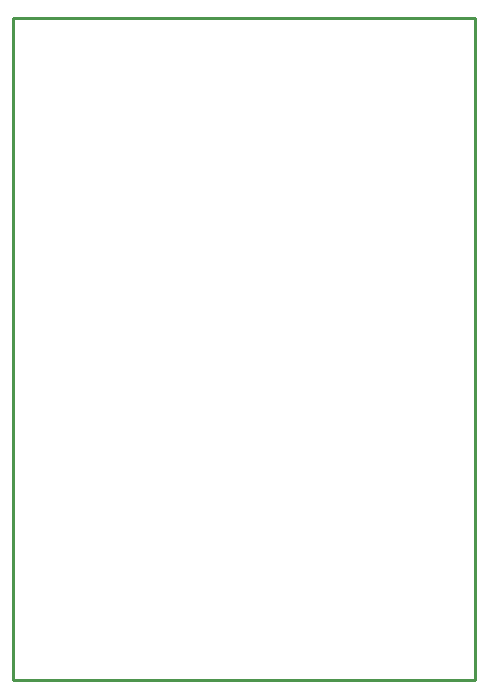
<source format=gbr>
G04 EAGLE Gerber RS-274X export*
G75*
%MOMM*%
%FSLAX34Y34*%
%LPD*%
%IN*%
%IPPOS*%
%AMOC8*
5,1,8,0,0,1.08239X$1,22.5*%
G01*
%ADD10C,0.254000*%
D10*
X0Y0D02*
X390960Y0D01*
X390960Y560580D01*
X0Y560580D01*
X0Y0D01*
M02*

</source>
